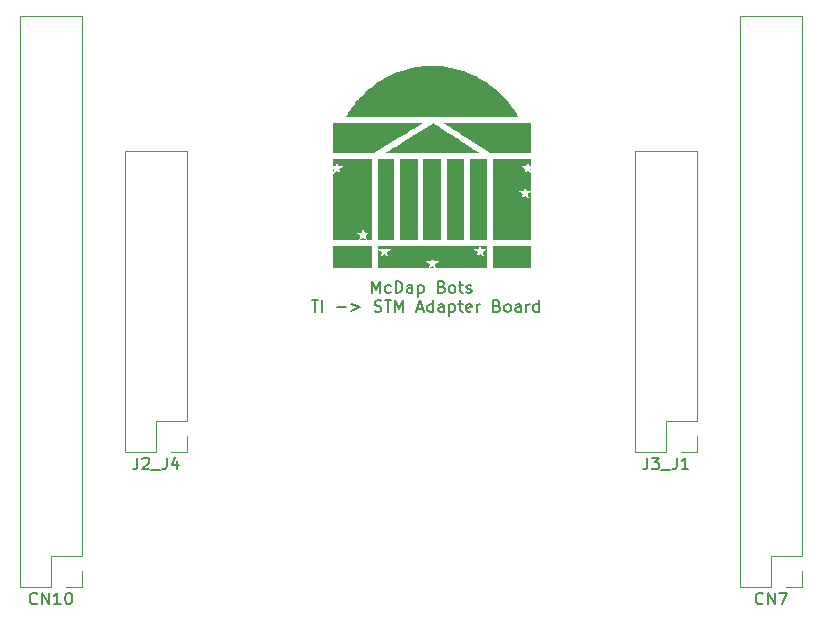
<source format=gbr>
%TF.GenerationSoftware,KiCad,Pcbnew,8.0.8*%
%TF.CreationDate,2025-10-21T14:25:37-04:00*%
%TF.ProjectId,AdapterBoard_McDap,41646170-7465-4724-926f-6172645f4d63,rev?*%
%TF.SameCoordinates,Original*%
%TF.FileFunction,Legend,Top*%
%TF.FilePolarity,Positive*%
%FSLAX46Y46*%
G04 Gerber Fmt 4.6, Leading zero omitted, Abs format (unit mm)*
G04 Created by KiCad (PCBNEW 8.0.8) date 2025-10-21 14:25:37*
%MOMM*%
%LPD*%
G01*
G04 APERTURE LIST*
%ADD10C,0.150000*%
%ADD11C,0.000000*%
%ADD12C,0.120000*%
G04 APERTURE END LIST*
D10*
X93218571Y-107225875D02*
X93218571Y-106225875D01*
X93218571Y-106225875D02*
X93551904Y-106940160D01*
X93551904Y-106940160D02*
X93885237Y-106225875D01*
X93885237Y-106225875D02*
X93885237Y-107225875D01*
X94789999Y-107178256D02*
X94694761Y-107225875D01*
X94694761Y-107225875D02*
X94504285Y-107225875D01*
X94504285Y-107225875D02*
X94409047Y-107178256D01*
X94409047Y-107178256D02*
X94361428Y-107130636D01*
X94361428Y-107130636D02*
X94313809Y-107035398D01*
X94313809Y-107035398D02*
X94313809Y-106749684D01*
X94313809Y-106749684D02*
X94361428Y-106654446D01*
X94361428Y-106654446D02*
X94409047Y-106606827D01*
X94409047Y-106606827D02*
X94504285Y-106559208D01*
X94504285Y-106559208D02*
X94694761Y-106559208D01*
X94694761Y-106559208D02*
X94789999Y-106606827D01*
X95218571Y-107225875D02*
X95218571Y-106225875D01*
X95218571Y-106225875D02*
X95456666Y-106225875D01*
X95456666Y-106225875D02*
X95599523Y-106273494D01*
X95599523Y-106273494D02*
X95694761Y-106368732D01*
X95694761Y-106368732D02*
X95742380Y-106463970D01*
X95742380Y-106463970D02*
X95789999Y-106654446D01*
X95789999Y-106654446D02*
X95789999Y-106797303D01*
X95789999Y-106797303D02*
X95742380Y-106987779D01*
X95742380Y-106987779D02*
X95694761Y-107083017D01*
X95694761Y-107083017D02*
X95599523Y-107178256D01*
X95599523Y-107178256D02*
X95456666Y-107225875D01*
X95456666Y-107225875D02*
X95218571Y-107225875D01*
X96647142Y-107225875D02*
X96647142Y-106702065D01*
X96647142Y-106702065D02*
X96599523Y-106606827D01*
X96599523Y-106606827D02*
X96504285Y-106559208D01*
X96504285Y-106559208D02*
X96313809Y-106559208D01*
X96313809Y-106559208D02*
X96218571Y-106606827D01*
X96647142Y-107178256D02*
X96551904Y-107225875D01*
X96551904Y-107225875D02*
X96313809Y-107225875D01*
X96313809Y-107225875D02*
X96218571Y-107178256D01*
X96218571Y-107178256D02*
X96170952Y-107083017D01*
X96170952Y-107083017D02*
X96170952Y-106987779D01*
X96170952Y-106987779D02*
X96218571Y-106892541D01*
X96218571Y-106892541D02*
X96313809Y-106844922D01*
X96313809Y-106844922D02*
X96551904Y-106844922D01*
X96551904Y-106844922D02*
X96647142Y-106797303D01*
X97123333Y-106559208D02*
X97123333Y-107559208D01*
X97123333Y-106606827D02*
X97218571Y-106559208D01*
X97218571Y-106559208D02*
X97409047Y-106559208D01*
X97409047Y-106559208D02*
X97504285Y-106606827D01*
X97504285Y-106606827D02*
X97551904Y-106654446D01*
X97551904Y-106654446D02*
X97599523Y-106749684D01*
X97599523Y-106749684D02*
X97599523Y-107035398D01*
X97599523Y-107035398D02*
X97551904Y-107130636D01*
X97551904Y-107130636D02*
X97504285Y-107178256D01*
X97504285Y-107178256D02*
X97409047Y-107225875D01*
X97409047Y-107225875D02*
X97218571Y-107225875D01*
X97218571Y-107225875D02*
X97123333Y-107178256D01*
X99123333Y-106702065D02*
X99266190Y-106749684D01*
X99266190Y-106749684D02*
X99313809Y-106797303D01*
X99313809Y-106797303D02*
X99361428Y-106892541D01*
X99361428Y-106892541D02*
X99361428Y-107035398D01*
X99361428Y-107035398D02*
X99313809Y-107130636D01*
X99313809Y-107130636D02*
X99266190Y-107178256D01*
X99266190Y-107178256D02*
X99170952Y-107225875D01*
X99170952Y-107225875D02*
X98790000Y-107225875D01*
X98790000Y-107225875D02*
X98790000Y-106225875D01*
X98790000Y-106225875D02*
X99123333Y-106225875D01*
X99123333Y-106225875D02*
X99218571Y-106273494D01*
X99218571Y-106273494D02*
X99266190Y-106321113D01*
X99266190Y-106321113D02*
X99313809Y-106416351D01*
X99313809Y-106416351D02*
X99313809Y-106511589D01*
X99313809Y-106511589D02*
X99266190Y-106606827D01*
X99266190Y-106606827D02*
X99218571Y-106654446D01*
X99218571Y-106654446D02*
X99123333Y-106702065D01*
X99123333Y-106702065D02*
X98790000Y-106702065D01*
X99932857Y-107225875D02*
X99837619Y-107178256D01*
X99837619Y-107178256D02*
X99790000Y-107130636D01*
X99790000Y-107130636D02*
X99742381Y-107035398D01*
X99742381Y-107035398D02*
X99742381Y-106749684D01*
X99742381Y-106749684D02*
X99790000Y-106654446D01*
X99790000Y-106654446D02*
X99837619Y-106606827D01*
X99837619Y-106606827D02*
X99932857Y-106559208D01*
X99932857Y-106559208D02*
X100075714Y-106559208D01*
X100075714Y-106559208D02*
X100170952Y-106606827D01*
X100170952Y-106606827D02*
X100218571Y-106654446D01*
X100218571Y-106654446D02*
X100266190Y-106749684D01*
X100266190Y-106749684D02*
X100266190Y-107035398D01*
X100266190Y-107035398D02*
X100218571Y-107130636D01*
X100218571Y-107130636D02*
X100170952Y-107178256D01*
X100170952Y-107178256D02*
X100075714Y-107225875D01*
X100075714Y-107225875D02*
X99932857Y-107225875D01*
X100551905Y-106559208D02*
X100932857Y-106559208D01*
X100694762Y-106225875D02*
X100694762Y-107083017D01*
X100694762Y-107083017D02*
X100742381Y-107178256D01*
X100742381Y-107178256D02*
X100837619Y-107225875D01*
X100837619Y-107225875D02*
X100932857Y-107225875D01*
X101218572Y-107178256D02*
X101313810Y-107225875D01*
X101313810Y-107225875D02*
X101504286Y-107225875D01*
X101504286Y-107225875D02*
X101599524Y-107178256D01*
X101599524Y-107178256D02*
X101647143Y-107083017D01*
X101647143Y-107083017D02*
X101647143Y-107035398D01*
X101647143Y-107035398D02*
X101599524Y-106940160D01*
X101599524Y-106940160D02*
X101504286Y-106892541D01*
X101504286Y-106892541D02*
X101361429Y-106892541D01*
X101361429Y-106892541D02*
X101266191Y-106844922D01*
X101266191Y-106844922D02*
X101218572Y-106749684D01*
X101218572Y-106749684D02*
X101218572Y-106702065D01*
X101218572Y-106702065D02*
X101266191Y-106606827D01*
X101266191Y-106606827D02*
X101361429Y-106559208D01*
X101361429Y-106559208D02*
X101504286Y-106559208D01*
X101504286Y-106559208D02*
X101599524Y-106606827D01*
X88099523Y-107835819D02*
X88670951Y-107835819D01*
X88385237Y-108835819D02*
X88385237Y-107835819D01*
X89004285Y-108835819D02*
X89004285Y-107835819D01*
X90242380Y-108454866D02*
X91004285Y-108454866D01*
X91480475Y-108169152D02*
X92242380Y-108454866D01*
X92242380Y-108454866D02*
X91480475Y-108740580D01*
X93432856Y-108788200D02*
X93575713Y-108835819D01*
X93575713Y-108835819D02*
X93813808Y-108835819D01*
X93813808Y-108835819D02*
X93909046Y-108788200D01*
X93909046Y-108788200D02*
X93956665Y-108740580D01*
X93956665Y-108740580D02*
X94004284Y-108645342D01*
X94004284Y-108645342D02*
X94004284Y-108550104D01*
X94004284Y-108550104D02*
X93956665Y-108454866D01*
X93956665Y-108454866D02*
X93909046Y-108407247D01*
X93909046Y-108407247D02*
X93813808Y-108359628D01*
X93813808Y-108359628D02*
X93623332Y-108312009D01*
X93623332Y-108312009D02*
X93528094Y-108264390D01*
X93528094Y-108264390D02*
X93480475Y-108216771D01*
X93480475Y-108216771D02*
X93432856Y-108121533D01*
X93432856Y-108121533D02*
X93432856Y-108026295D01*
X93432856Y-108026295D02*
X93480475Y-107931057D01*
X93480475Y-107931057D02*
X93528094Y-107883438D01*
X93528094Y-107883438D02*
X93623332Y-107835819D01*
X93623332Y-107835819D02*
X93861427Y-107835819D01*
X93861427Y-107835819D02*
X94004284Y-107883438D01*
X94289999Y-107835819D02*
X94861427Y-107835819D01*
X94575713Y-108835819D02*
X94575713Y-107835819D01*
X95194761Y-108835819D02*
X95194761Y-107835819D01*
X95194761Y-107835819D02*
X95528094Y-108550104D01*
X95528094Y-108550104D02*
X95861427Y-107835819D01*
X95861427Y-107835819D02*
X95861427Y-108835819D01*
X97051904Y-108550104D02*
X97528094Y-108550104D01*
X96956666Y-108835819D02*
X97289999Y-107835819D01*
X97289999Y-107835819D02*
X97623332Y-108835819D01*
X98385237Y-108835819D02*
X98385237Y-107835819D01*
X98385237Y-108788200D02*
X98289999Y-108835819D01*
X98289999Y-108835819D02*
X98099523Y-108835819D01*
X98099523Y-108835819D02*
X98004285Y-108788200D01*
X98004285Y-108788200D02*
X97956666Y-108740580D01*
X97956666Y-108740580D02*
X97909047Y-108645342D01*
X97909047Y-108645342D02*
X97909047Y-108359628D01*
X97909047Y-108359628D02*
X97956666Y-108264390D01*
X97956666Y-108264390D02*
X98004285Y-108216771D01*
X98004285Y-108216771D02*
X98099523Y-108169152D01*
X98099523Y-108169152D02*
X98289999Y-108169152D01*
X98289999Y-108169152D02*
X98385237Y-108216771D01*
X99289999Y-108835819D02*
X99289999Y-108312009D01*
X99289999Y-108312009D02*
X99242380Y-108216771D01*
X99242380Y-108216771D02*
X99147142Y-108169152D01*
X99147142Y-108169152D02*
X98956666Y-108169152D01*
X98956666Y-108169152D02*
X98861428Y-108216771D01*
X99289999Y-108788200D02*
X99194761Y-108835819D01*
X99194761Y-108835819D02*
X98956666Y-108835819D01*
X98956666Y-108835819D02*
X98861428Y-108788200D01*
X98861428Y-108788200D02*
X98813809Y-108692961D01*
X98813809Y-108692961D02*
X98813809Y-108597723D01*
X98813809Y-108597723D02*
X98861428Y-108502485D01*
X98861428Y-108502485D02*
X98956666Y-108454866D01*
X98956666Y-108454866D02*
X99194761Y-108454866D01*
X99194761Y-108454866D02*
X99289999Y-108407247D01*
X99766190Y-108169152D02*
X99766190Y-109169152D01*
X99766190Y-108216771D02*
X99861428Y-108169152D01*
X99861428Y-108169152D02*
X100051904Y-108169152D01*
X100051904Y-108169152D02*
X100147142Y-108216771D01*
X100147142Y-108216771D02*
X100194761Y-108264390D01*
X100194761Y-108264390D02*
X100242380Y-108359628D01*
X100242380Y-108359628D02*
X100242380Y-108645342D01*
X100242380Y-108645342D02*
X100194761Y-108740580D01*
X100194761Y-108740580D02*
X100147142Y-108788200D01*
X100147142Y-108788200D02*
X100051904Y-108835819D01*
X100051904Y-108835819D02*
X99861428Y-108835819D01*
X99861428Y-108835819D02*
X99766190Y-108788200D01*
X100528095Y-108169152D02*
X100909047Y-108169152D01*
X100670952Y-107835819D02*
X100670952Y-108692961D01*
X100670952Y-108692961D02*
X100718571Y-108788200D01*
X100718571Y-108788200D02*
X100813809Y-108835819D01*
X100813809Y-108835819D02*
X100909047Y-108835819D01*
X101623333Y-108788200D02*
X101528095Y-108835819D01*
X101528095Y-108835819D02*
X101337619Y-108835819D01*
X101337619Y-108835819D02*
X101242381Y-108788200D01*
X101242381Y-108788200D02*
X101194762Y-108692961D01*
X101194762Y-108692961D02*
X101194762Y-108312009D01*
X101194762Y-108312009D02*
X101242381Y-108216771D01*
X101242381Y-108216771D02*
X101337619Y-108169152D01*
X101337619Y-108169152D02*
X101528095Y-108169152D01*
X101528095Y-108169152D02*
X101623333Y-108216771D01*
X101623333Y-108216771D02*
X101670952Y-108312009D01*
X101670952Y-108312009D02*
X101670952Y-108407247D01*
X101670952Y-108407247D02*
X101194762Y-108502485D01*
X102099524Y-108835819D02*
X102099524Y-108169152D01*
X102099524Y-108359628D02*
X102147143Y-108264390D01*
X102147143Y-108264390D02*
X102194762Y-108216771D01*
X102194762Y-108216771D02*
X102290000Y-108169152D01*
X102290000Y-108169152D02*
X102385238Y-108169152D01*
X103813810Y-108312009D02*
X103956667Y-108359628D01*
X103956667Y-108359628D02*
X104004286Y-108407247D01*
X104004286Y-108407247D02*
X104051905Y-108502485D01*
X104051905Y-108502485D02*
X104051905Y-108645342D01*
X104051905Y-108645342D02*
X104004286Y-108740580D01*
X104004286Y-108740580D02*
X103956667Y-108788200D01*
X103956667Y-108788200D02*
X103861429Y-108835819D01*
X103861429Y-108835819D02*
X103480477Y-108835819D01*
X103480477Y-108835819D02*
X103480477Y-107835819D01*
X103480477Y-107835819D02*
X103813810Y-107835819D01*
X103813810Y-107835819D02*
X103909048Y-107883438D01*
X103909048Y-107883438D02*
X103956667Y-107931057D01*
X103956667Y-107931057D02*
X104004286Y-108026295D01*
X104004286Y-108026295D02*
X104004286Y-108121533D01*
X104004286Y-108121533D02*
X103956667Y-108216771D01*
X103956667Y-108216771D02*
X103909048Y-108264390D01*
X103909048Y-108264390D02*
X103813810Y-108312009D01*
X103813810Y-108312009D02*
X103480477Y-108312009D01*
X104623334Y-108835819D02*
X104528096Y-108788200D01*
X104528096Y-108788200D02*
X104480477Y-108740580D01*
X104480477Y-108740580D02*
X104432858Y-108645342D01*
X104432858Y-108645342D02*
X104432858Y-108359628D01*
X104432858Y-108359628D02*
X104480477Y-108264390D01*
X104480477Y-108264390D02*
X104528096Y-108216771D01*
X104528096Y-108216771D02*
X104623334Y-108169152D01*
X104623334Y-108169152D02*
X104766191Y-108169152D01*
X104766191Y-108169152D02*
X104861429Y-108216771D01*
X104861429Y-108216771D02*
X104909048Y-108264390D01*
X104909048Y-108264390D02*
X104956667Y-108359628D01*
X104956667Y-108359628D02*
X104956667Y-108645342D01*
X104956667Y-108645342D02*
X104909048Y-108740580D01*
X104909048Y-108740580D02*
X104861429Y-108788200D01*
X104861429Y-108788200D02*
X104766191Y-108835819D01*
X104766191Y-108835819D02*
X104623334Y-108835819D01*
X105813810Y-108835819D02*
X105813810Y-108312009D01*
X105813810Y-108312009D02*
X105766191Y-108216771D01*
X105766191Y-108216771D02*
X105670953Y-108169152D01*
X105670953Y-108169152D02*
X105480477Y-108169152D01*
X105480477Y-108169152D02*
X105385239Y-108216771D01*
X105813810Y-108788200D02*
X105718572Y-108835819D01*
X105718572Y-108835819D02*
X105480477Y-108835819D01*
X105480477Y-108835819D02*
X105385239Y-108788200D01*
X105385239Y-108788200D02*
X105337620Y-108692961D01*
X105337620Y-108692961D02*
X105337620Y-108597723D01*
X105337620Y-108597723D02*
X105385239Y-108502485D01*
X105385239Y-108502485D02*
X105480477Y-108454866D01*
X105480477Y-108454866D02*
X105718572Y-108454866D01*
X105718572Y-108454866D02*
X105813810Y-108407247D01*
X106290001Y-108835819D02*
X106290001Y-108169152D01*
X106290001Y-108359628D02*
X106337620Y-108264390D01*
X106337620Y-108264390D02*
X106385239Y-108216771D01*
X106385239Y-108216771D02*
X106480477Y-108169152D01*
X106480477Y-108169152D02*
X106575715Y-108169152D01*
X107337620Y-108835819D02*
X107337620Y-107835819D01*
X107337620Y-108788200D02*
X107242382Y-108835819D01*
X107242382Y-108835819D02*
X107051906Y-108835819D01*
X107051906Y-108835819D02*
X106956668Y-108788200D01*
X106956668Y-108788200D02*
X106909049Y-108740580D01*
X106909049Y-108740580D02*
X106861430Y-108645342D01*
X106861430Y-108645342D02*
X106861430Y-108359628D01*
X106861430Y-108359628D02*
X106909049Y-108264390D01*
X106909049Y-108264390D02*
X106956668Y-108216771D01*
X106956668Y-108216771D02*
X107051906Y-108169152D01*
X107051906Y-108169152D02*
X107242382Y-108169152D01*
X107242382Y-108169152D02*
X107337620Y-108216771D01*
X64873333Y-133499580D02*
X64825714Y-133547200D01*
X64825714Y-133547200D02*
X64682857Y-133594819D01*
X64682857Y-133594819D02*
X64587619Y-133594819D01*
X64587619Y-133594819D02*
X64444762Y-133547200D01*
X64444762Y-133547200D02*
X64349524Y-133451961D01*
X64349524Y-133451961D02*
X64301905Y-133356723D01*
X64301905Y-133356723D02*
X64254286Y-133166247D01*
X64254286Y-133166247D02*
X64254286Y-133023390D01*
X64254286Y-133023390D02*
X64301905Y-132832914D01*
X64301905Y-132832914D02*
X64349524Y-132737676D01*
X64349524Y-132737676D02*
X64444762Y-132642438D01*
X64444762Y-132642438D02*
X64587619Y-132594819D01*
X64587619Y-132594819D02*
X64682857Y-132594819D01*
X64682857Y-132594819D02*
X64825714Y-132642438D01*
X64825714Y-132642438D02*
X64873333Y-132690057D01*
X65301905Y-133594819D02*
X65301905Y-132594819D01*
X65301905Y-132594819D02*
X65873333Y-133594819D01*
X65873333Y-133594819D02*
X65873333Y-132594819D01*
X66873333Y-133594819D02*
X66301905Y-133594819D01*
X66587619Y-133594819D02*
X66587619Y-132594819D01*
X66587619Y-132594819D02*
X66492381Y-132737676D01*
X66492381Y-132737676D02*
X66397143Y-132832914D01*
X66397143Y-132832914D02*
X66301905Y-132880533D01*
X67492381Y-132594819D02*
X67587619Y-132594819D01*
X67587619Y-132594819D02*
X67682857Y-132642438D01*
X67682857Y-132642438D02*
X67730476Y-132690057D01*
X67730476Y-132690057D02*
X67778095Y-132785295D01*
X67778095Y-132785295D02*
X67825714Y-132975771D01*
X67825714Y-132975771D02*
X67825714Y-133213866D01*
X67825714Y-133213866D02*
X67778095Y-133404342D01*
X67778095Y-133404342D02*
X67730476Y-133499580D01*
X67730476Y-133499580D02*
X67682857Y-133547200D01*
X67682857Y-133547200D02*
X67587619Y-133594819D01*
X67587619Y-133594819D02*
X67492381Y-133594819D01*
X67492381Y-133594819D02*
X67397143Y-133547200D01*
X67397143Y-133547200D02*
X67349524Y-133499580D01*
X67349524Y-133499580D02*
X67301905Y-133404342D01*
X67301905Y-133404342D02*
X67254286Y-133213866D01*
X67254286Y-133213866D02*
X67254286Y-132975771D01*
X67254286Y-132975771D02*
X67301905Y-132785295D01*
X67301905Y-132785295D02*
X67349524Y-132690057D01*
X67349524Y-132690057D02*
X67397143Y-132642438D01*
X67397143Y-132642438D02*
X67492381Y-132594819D01*
X126309523Y-133499580D02*
X126261904Y-133547200D01*
X126261904Y-133547200D02*
X126119047Y-133594819D01*
X126119047Y-133594819D02*
X126023809Y-133594819D01*
X126023809Y-133594819D02*
X125880952Y-133547200D01*
X125880952Y-133547200D02*
X125785714Y-133451961D01*
X125785714Y-133451961D02*
X125738095Y-133356723D01*
X125738095Y-133356723D02*
X125690476Y-133166247D01*
X125690476Y-133166247D02*
X125690476Y-133023390D01*
X125690476Y-133023390D02*
X125738095Y-132832914D01*
X125738095Y-132832914D02*
X125785714Y-132737676D01*
X125785714Y-132737676D02*
X125880952Y-132642438D01*
X125880952Y-132642438D02*
X126023809Y-132594819D01*
X126023809Y-132594819D02*
X126119047Y-132594819D01*
X126119047Y-132594819D02*
X126261904Y-132642438D01*
X126261904Y-132642438D02*
X126309523Y-132690057D01*
X126738095Y-133594819D02*
X126738095Y-132594819D01*
X126738095Y-132594819D02*
X127309523Y-133594819D01*
X127309523Y-133594819D02*
X127309523Y-132594819D01*
X127690476Y-132594819D02*
X128357142Y-132594819D01*
X128357142Y-132594819D02*
X127928571Y-133594819D01*
X116538571Y-121164819D02*
X116538571Y-121879104D01*
X116538571Y-121879104D02*
X116490952Y-122021961D01*
X116490952Y-122021961D02*
X116395714Y-122117200D01*
X116395714Y-122117200D02*
X116252857Y-122164819D01*
X116252857Y-122164819D02*
X116157619Y-122164819D01*
X116919524Y-121164819D02*
X117538571Y-121164819D01*
X117538571Y-121164819D02*
X117205238Y-121545771D01*
X117205238Y-121545771D02*
X117348095Y-121545771D01*
X117348095Y-121545771D02*
X117443333Y-121593390D01*
X117443333Y-121593390D02*
X117490952Y-121641009D01*
X117490952Y-121641009D02*
X117538571Y-121736247D01*
X117538571Y-121736247D02*
X117538571Y-121974342D01*
X117538571Y-121974342D02*
X117490952Y-122069580D01*
X117490952Y-122069580D02*
X117443333Y-122117200D01*
X117443333Y-122117200D02*
X117348095Y-122164819D01*
X117348095Y-122164819D02*
X117062381Y-122164819D01*
X117062381Y-122164819D02*
X116967143Y-122117200D01*
X116967143Y-122117200D02*
X116919524Y-122069580D01*
X117729048Y-122260057D02*
X118490952Y-122260057D01*
X119014762Y-121164819D02*
X119014762Y-121879104D01*
X119014762Y-121879104D02*
X118967143Y-122021961D01*
X118967143Y-122021961D02*
X118871905Y-122117200D01*
X118871905Y-122117200D02*
X118729048Y-122164819D01*
X118729048Y-122164819D02*
X118633810Y-122164819D01*
X120014762Y-122164819D02*
X119443334Y-122164819D01*
X119729048Y-122164819D02*
X119729048Y-121164819D01*
X119729048Y-121164819D02*
X119633810Y-121307676D01*
X119633810Y-121307676D02*
X119538572Y-121402914D01*
X119538572Y-121402914D02*
X119443334Y-121450533D01*
X73358571Y-121164819D02*
X73358571Y-121879104D01*
X73358571Y-121879104D02*
X73310952Y-122021961D01*
X73310952Y-122021961D02*
X73215714Y-122117200D01*
X73215714Y-122117200D02*
X73072857Y-122164819D01*
X73072857Y-122164819D02*
X72977619Y-122164819D01*
X73787143Y-121260057D02*
X73834762Y-121212438D01*
X73834762Y-121212438D02*
X73930000Y-121164819D01*
X73930000Y-121164819D02*
X74168095Y-121164819D01*
X74168095Y-121164819D02*
X74263333Y-121212438D01*
X74263333Y-121212438D02*
X74310952Y-121260057D01*
X74310952Y-121260057D02*
X74358571Y-121355295D01*
X74358571Y-121355295D02*
X74358571Y-121450533D01*
X74358571Y-121450533D02*
X74310952Y-121593390D01*
X74310952Y-121593390D02*
X73739524Y-122164819D01*
X73739524Y-122164819D02*
X74358571Y-122164819D01*
X74549048Y-122260057D02*
X75310952Y-122260057D01*
X75834762Y-121164819D02*
X75834762Y-121879104D01*
X75834762Y-121879104D02*
X75787143Y-122021961D01*
X75787143Y-122021961D02*
X75691905Y-122117200D01*
X75691905Y-122117200D02*
X75549048Y-122164819D01*
X75549048Y-122164819D02*
X75453810Y-122164819D01*
X76739524Y-121498152D02*
X76739524Y-122164819D01*
X76501429Y-121117200D02*
X76263334Y-121831485D01*
X76263334Y-121831485D02*
X76882381Y-121831485D01*
D11*
%TO.C,G\u002A\u002A\u002A*%
G36*
X95112410Y-99324336D02*
G01*
X95112410Y-102764096D01*
X94413444Y-102764096D01*
X93714478Y-102764096D01*
X93714478Y-99324336D01*
X93714478Y-95884576D01*
X94413444Y-95884576D01*
X95112410Y-95884576D01*
X95112410Y-99324336D01*
G37*
G36*
X97086459Y-99324336D02*
G01*
X97086459Y-102764096D01*
X96340896Y-102764096D01*
X95595332Y-102764096D01*
X95595332Y-99324336D01*
X95595332Y-95884576D01*
X96340896Y-95884576D01*
X97086459Y-95884576D01*
X97086459Y-99324336D01*
G37*
G36*
X99060509Y-99324336D02*
G01*
X99060509Y-102764096D01*
X98314945Y-102764096D01*
X97569381Y-102764096D01*
X97569381Y-99324336D01*
X97569381Y-95884576D01*
X98314945Y-95884576D01*
X99060509Y-95884576D01*
X99060509Y-99324336D01*
G37*
G36*
X101034558Y-99324336D02*
G01*
X101034558Y-102764096D01*
X100288994Y-102764096D01*
X99543431Y-102764096D01*
X99543431Y-99324336D01*
X99543431Y-95884576D01*
X100288994Y-95884576D01*
X101034558Y-95884576D01*
X101034558Y-99324336D01*
G37*
G36*
X102957774Y-99324336D02*
G01*
X102957774Y-102764096D01*
X102237627Y-102764096D01*
X101517480Y-102764096D01*
X101517480Y-99324336D01*
X101517480Y-95884576D01*
X102237627Y-95884576D01*
X102957774Y-95884576D01*
X102957774Y-99324336D01*
G37*
G36*
X106694064Y-104170500D02*
G01*
X106694064Y-105085510D01*
X105071616Y-105085510D01*
X103449168Y-105085510D01*
X103449168Y-104170500D01*
X103449168Y-103255490D01*
X105071616Y-103255490D01*
X106694064Y-103255490D01*
X106694064Y-104170500D01*
G37*
G36*
X106689477Y-96712628D02*
G01*
X106692606Y-96730995D01*
X106693858Y-96762120D01*
X106694078Y-96807667D01*
X106694064Y-96837414D01*
X106693937Y-96883990D01*
X106693584Y-96924012D01*
X106693050Y-96954689D01*
X106692380Y-96973233D01*
X106691834Y-96977505D01*
X106688613Y-96969905D01*
X106681307Y-96949040D01*
X106670894Y-96917815D01*
X106658357Y-96879135D01*
X106653926Y-96865247D01*
X106618248Y-96752989D01*
X106641330Y-96733507D01*
X106660399Y-96717460D01*
X106674217Y-96707523D01*
X106683629Y-96705358D01*
X106689477Y-96712628D01*
G37*
G36*
X89942038Y-96685635D02*
G01*
X89959665Y-96697350D01*
X89980885Y-96712719D01*
X90001128Y-96728343D01*
X90015827Y-96740820D01*
X90020549Y-96746444D01*
X90018138Y-96755778D01*
X90011502Y-96778303D01*
X90001537Y-96811060D01*
X89989136Y-96851088D01*
X89982998Y-96870689D01*
X89968943Y-96915668D01*
X89956083Y-96957269D01*
X89945588Y-96991671D01*
X89938631Y-97015054D01*
X89937265Y-97019867D01*
X89934453Y-97025263D01*
X89932231Y-97018173D01*
X89930544Y-96997654D01*
X89929337Y-96962768D01*
X89928555Y-96912573D01*
X89928218Y-96865247D01*
X89928194Y-96811425D01*
X89928610Y-96763801D01*
X89929409Y-96724806D01*
X89930532Y-96696872D01*
X89931924Y-96682431D01*
X89932572Y-96680974D01*
X89942038Y-96685635D01*
G37*
G36*
X98336651Y-104961192D02*
G01*
X98356068Y-104973792D01*
X98382288Y-104991734D01*
X98411933Y-105012608D01*
X98441625Y-105034004D01*
X98467985Y-105053515D01*
X98487634Y-105068730D01*
X98497193Y-105077240D01*
X98497439Y-105077588D01*
X98491014Y-105080280D01*
X98469114Y-105082487D01*
X98433206Y-105084140D01*
X98384755Y-105085170D01*
X98327653Y-105085510D01*
X98269648Y-105085149D01*
X98222025Y-105084113D01*
X98186417Y-105082480D01*
X98164460Y-105080324D01*
X98157787Y-105077720D01*
X98157808Y-105077684D01*
X98166411Y-105069672D01*
X98185294Y-105054827D01*
X98211110Y-105035546D01*
X98240511Y-105014221D01*
X98270149Y-104993248D01*
X98296679Y-104975023D01*
X98316752Y-104961938D01*
X98327020Y-104956390D01*
X98327416Y-104956343D01*
X98336651Y-104961192D01*
G37*
G36*
X92605815Y-102642237D02*
G01*
X92649693Y-102674167D01*
X92689109Y-102702996D01*
X92721931Y-102727153D01*
X92746026Y-102745065D01*
X92759260Y-102755160D01*
X92760919Y-102756544D01*
X92754763Y-102758408D01*
X92733059Y-102760068D01*
X92697203Y-102761489D01*
X92648591Y-102762636D01*
X92588617Y-102763474D01*
X92518679Y-102763970D01*
X92456622Y-102764096D01*
X92385941Y-102764015D01*
X92321047Y-102763784D01*
X92263781Y-102763423D01*
X92215981Y-102762948D01*
X92179489Y-102762380D01*
X92156145Y-102761736D01*
X92147788Y-102761035D01*
X92147806Y-102760988D01*
X92155689Y-102755057D01*
X92174779Y-102741018D01*
X92202561Y-102720702D01*
X92236516Y-102695940D01*
X92274127Y-102668561D01*
X92312879Y-102640396D01*
X92350254Y-102613275D01*
X92383734Y-102589029D01*
X92410803Y-102569488D01*
X92428945Y-102556483D01*
X92432133Y-102554226D01*
X92458760Y-102535482D01*
X92605815Y-102642237D01*
G37*
G36*
X93223084Y-104170500D02*
G01*
X93223084Y-105085510D01*
X91580867Y-105085510D01*
X91415287Y-105085482D01*
X91254236Y-105085397D01*
X91098531Y-105085260D01*
X90948992Y-105085074D01*
X90806437Y-105084840D01*
X90671684Y-105084561D01*
X90545552Y-105084242D01*
X90428860Y-105083883D01*
X90322425Y-105083489D01*
X90227066Y-105083062D01*
X90143601Y-105082604D01*
X90072850Y-105082119D01*
X90015630Y-105081609D01*
X89972760Y-105081078D01*
X89945059Y-105080527D01*
X89933344Y-105079960D01*
X89933001Y-105079862D01*
X89932240Y-105070799D01*
X89931508Y-105045895D01*
X89930813Y-105006255D01*
X89930162Y-104952981D01*
X89929562Y-104887179D01*
X89929020Y-104809952D01*
X89928542Y-104722404D01*
X89928134Y-104625639D01*
X89927805Y-104520760D01*
X89927561Y-104408872D01*
X89927408Y-104291079D01*
X89927353Y-104168485D01*
X89927353Y-104164852D01*
X89927353Y-103255490D01*
X91575218Y-103255490D01*
X93223084Y-103255490D01*
X93223084Y-104170500D01*
G37*
G36*
X93994613Y-92834559D02*
G01*
X94254504Y-92834608D01*
X94508072Y-92834687D01*
X94754838Y-92834796D01*
X94994322Y-92834934D01*
X95226044Y-92835101D01*
X95449523Y-92835295D01*
X95664279Y-92835515D01*
X95869833Y-92835761D01*
X96065703Y-92836031D01*
X96251410Y-92836324D01*
X96426474Y-92836640D01*
X96590415Y-92836978D01*
X96742752Y-92837337D01*
X96883005Y-92837715D01*
X97010695Y-92838112D01*
X97125341Y-92838527D01*
X97226463Y-92838959D01*
X97313580Y-92839408D01*
X97386213Y-92839871D01*
X97443882Y-92840348D01*
X97486106Y-92840839D01*
X97512405Y-92841342D01*
X97522300Y-92841857D01*
X97522360Y-92841921D01*
X97514563Y-92846919D01*
X97492904Y-92860437D01*
X97457958Y-92882122D01*
X97410299Y-92911621D01*
X97350499Y-92948579D01*
X97279134Y-92992644D01*
X97196777Y-93043462D01*
X97104002Y-93100679D01*
X97001381Y-93163941D01*
X96889491Y-93232896D01*
X96768903Y-93307189D01*
X96640192Y-93386467D01*
X96503932Y-93470376D01*
X96360696Y-93558562D01*
X96211059Y-93650673D01*
X96055594Y-93746355D01*
X95894874Y-93845253D01*
X95729475Y-93947015D01*
X95559969Y-94051286D01*
X95446233Y-94121241D01*
X93378156Y-95393182D01*
X91652754Y-95393182D01*
X89927353Y-95393182D01*
X89927353Y-94113863D01*
X89927353Y-92834543D01*
X93728881Y-92834543D01*
X93994613Y-92834559D01*
G37*
G36*
X106694064Y-94113863D02*
G01*
X106694064Y-95393182D01*
X104959358Y-95392407D01*
X103224651Y-95391632D01*
X101266029Y-94119442D01*
X101100090Y-94011650D01*
X100937840Y-93906239D01*
X100779857Y-93803584D01*
X100626715Y-93704060D01*
X100478990Y-93608039D01*
X100337258Y-93515898D01*
X100202093Y-93428010D01*
X100074071Y-93344749D01*
X99953769Y-93266491D01*
X99841760Y-93193610D01*
X99738622Y-93126480D01*
X99644928Y-93065476D01*
X99561255Y-93010972D01*
X99488179Y-92963342D01*
X99426273Y-92922962D01*
X99376115Y-92890205D01*
X99338279Y-92865446D01*
X99313342Y-92849059D01*
X99301877Y-92841420D01*
X99301158Y-92840897D01*
X99309116Y-92840469D01*
X99333476Y-92840048D01*
X99373698Y-92839635D01*
X99429240Y-92839232D01*
X99499560Y-92838839D01*
X99584117Y-92838457D01*
X99682369Y-92838087D01*
X99793774Y-92837730D01*
X99917792Y-92837387D01*
X100053880Y-92837058D01*
X100201496Y-92836746D01*
X100360100Y-92836450D01*
X100529149Y-92836172D01*
X100708103Y-92835913D01*
X100896418Y-92835673D01*
X101093555Y-92835453D01*
X101298971Y-92835255D01*
X101512124Y-92835079D01*
X101732474Y-92834926D01*
X101959478Y-92834798D01*
X102192595Y-92834694D01*
X102431284Y-92834617D01*
X102675002Y-92834567D01*
X102923208Y-92834544D01*
X102994487Y-92834543D01*
X106694064Y-92834543D01*
X106694064Y-94113863D01*
G37*
G36*
X98392311Y-88014273D02*
G01*
X98489677Y-88015046D01*
X98581303Y-88016429D01*
X98663951Y-88018421D01*
X98734381Y-88021023D01*
X98760920Y-88022375D01*
X99139154Y-88051840D01*
X99511342Y-88097054D01*
X99877933Y-88158115D01*
X100239376Y-88235120D01*
X100596122Y-88328168D01*
X100948619Y-88437357D01*
X101297316Y-88562786D01*
X101377687Y-88594204D01*
X101724315Y-88740811D01*
X102062938Y-88902278D01*
X102393217Y-89078356D01*
X102714816Y-89268794D01*
X103027395Y-89473343D01*
X103330618Y-89691752D01*
X103624146Y-89923773D01*
X103907642Y-90169153D01*
X104180768Y-90427645D01*
X104443186Y-90698998D01*
X104694558Y-90982961D01*
X104833977Y-91151868D01*
X104999409Y-91364851D01*
X105160373Y-91586546D01*
X105313846Y-91812562D01*
X105456805Y-92038506D01*
X105537141Y-92173702D01*
X105561419Y-92215568D01*
X105583988Y-92254370D01*
X105602893Y-92286756D01*
X105616179Y-92309375D01*
X105619888Y-92315614D01*
X105636407Y-92343149D01*
X98314907Y-92343149D01*
X90993407Y-92343149D01*
X91025091Y-92285961D01*
X91145347Y-92078367D01*
X91278717Y-91865534D01*
X91423319Y-91650113D01*
X91577272Y-91434756D01*
X91738694Y-91222116D01*
X91905705Y-91014844D01*
X92033306Y-90864730D01*
X92081390Y-90810912D01*
X92139902Y-90747762D01*
X92206752Y-90677368D01*
X92279852Y-90601821D01*
X92357113Y-90523210D01*
X92436446Y-90443624D01*
X92515762Y-90365154D01*
X92592972Y-90289888D01*
X92665988Y-90219916D01*
X92732721Y-90157327D01*
X92791081Y-90104212D01*
X92812176Y-90085595D01*
X93105371Y-89840747D01*
X93406711Y-89610644D01*
X93715990Y-89395395D01*
X94033004Y-89195107D01*
X94357545Y-89009888D01*
X94689409Y-88839847D01*
X95028389Y-88685092D01*
X95374280Y-88545730D01*
X95726876Y-88421870D01*
X96085971Y-88313620D01*
X96290062Y-88259799D01*
X96586339Y-88191065D01*
X96880408Y-88134034D01*
X97176125Y-88088127D01*
X97477349Y-88052764D01*
X97787939Y-88027365D01*
X97868970Y-88022420D01*
X97932754Y-88019541D01*
X98010232Y-88017270D01*
X98098166Y-88015608D01*
X98193316Y-88014554D01*
X98292444Y-88014109D01*
X98392311Y-88014273D01*
G37*
G36*
X98491674Y-92900199D02*
G01*
X98504435Y-92908425D01*
X98530786Y-92925473D01*
X98570107Y-92950939D01*
X98621775Y-92984422D01*
X98685168Y-93025515D01*
X98759664Y-93073818D01*
X98844641Y-93128925D01*
X98939477Y-93190434D01*
X99043551Y-93257940D01*
X99156240Y-93331042D01*
X99276923Y-93409334D01*
X99404977Y-93492414D01*
X99539781Y-93579878D01*
X99680712Y-93671323D01*
X99827148Y-93766345D01*
X99978469Y-93864541D01*
X100134050Y-93965507D01*
X100293272Y-94068841D01*
X100382190Y-94126550D01*
X100543133Y-94231004D01*
X100700771Y-94333309D01*
X100854481Y-94433063D01*
X101003642Y-94529862D01*
X101147633Y-94623302D01*
X101285832Y-94712980D01*
X101417618Y-94798494D01*
X101542369Y-94879440D01*
X101659464Y-94955414D01*
X101768281Y-95026015D01*
X101868200Y-95090838D01*
X101958598Y-95149480D01*
X102038854Y-95201538D01*
X102108347Y-95246609D01*
X102166455Y-95284290D01*
X102212557Y-95314177D01*
X102246032Y-95335868D01*
X102266257Y-95348959D01*
X102271516Y-95352352D01*
X102335058Y-95393180D01*
X98323650Y-95393181D01*
X98007383Y-95393175D01*
X97707643Y-95393158D01*
X97424013Y-95393127D01*
X97156076Y-95393081D01*
X96903414Y-95393019D01*
X96665610Y-95392941D01*
X96442247Y-95392844D01*
X96232907Y-95392728D01*
X96037174Y-95392591D01*
X95854629Y-95392433D01*
X95684855Y-95392251D01*
X95527436Y-95392046D01*
X95381954Y-95391814D01*
X95247991Y-95391557D01*
X95125130Y-95391271D01*
X95012954Y-95390956D01*
X94911045Y-95390611D01*
X94818987Y-95390235D01*
X94736362Y-95389826D01*
X94662752Y-95389383D01*
X94597741Y-95388904D01*
X94540910Y-95388390D01*
X94491844Y-95387838D01*
X94450123Y-95387247D01*
X94415331Y-95386617D01*
X94387052Y-95385945D01*
X94364866Y-95385231D01*
X94348358Y-95384474D01*
X94337109Y-95383671D01*
X94330703Y-95382823D01*
X94328722Y-95381928D01*
X94328954Y-95381631D01*
X94337486Y-95376275D01*
X94359869Y-95362399D01*
X94395524Y-95340359D01*
X94443868Y-95310514D01*
X94504321Y-95273222D01*
X94576303Y-95228840D01*
X94659233Y-95177726D01*
X94752529Y-95120237D01*
X94855611Y-95056732D01*
X94967899Y-94987569D01*
X95088811Y-94913104D01*
X95217766Y-94833695D01*
X95354184Y-94749701D01*
X95497485Y-94661479D01*
X95647086Y-94569387D01*
X95802408Y-94473783D01*
X95962869Y-94375023D01*
X96127890Y-94273467D01*
X96296888Y-94169472D01*
X96386304Y-94114451D01*
X98426943Y-92858822D01*
X98491674Y-92900199D01*
G37*
G36*
X93223084Y-99324336D02*
G01*
X93223084Y-102764096D01*
X93003851Y-102764096D01*
X92784619Y-102764096D01*
X92724265Y-102578586D01*
X92707070Y-102525558D01*
X92691782Y-102478071D01*
X92679137Y-102438440D01*
X92669872Y-102408982D01*
X92664722Y-102392012D01*
X92663911Y-102388823D01*
X92670485Y-102382887D01*
X92688942Y-102368511D01*
X92717384Y-102347113D01*
X92753911Y-102320112D01*
X92796627Y-102288927D01*
X92826636Y-102267211D01*
X92989361Y-102149853D01*
X92786392Y-102147563D01*
X92583424Y-102145272D01*
X92520641Y-101952699D01*
X92457858Y-101760127D01*
X92394597Y-101952872D01*
X92331336Y-102145617D01*
X92132814Y-102145617D01*
X92068139Y-102145945D01*
X92015225Y-102146894D01*
X91975296Y-102148415D01*
X91949575Y-102150457D01*
X91939286Y-102152969D01*
X91939236Y-102153616D01*
X91947286Y-102160750D01*
X91967029Y-102176212D01*
X91996396Y-102198443D01*
X92033319Y-102225884D01*
X92075729Y-102256975D01*
X92093128Y-102269622D01*
X92137071Y-102301813D01*
X92176241Y-102331133D01*
X92208581Y-102355990D01*
X92232035Y-102374794D01*
X92244546Y-102385953D01*
X92246009Y-102387873D01*
X92244620Y-102398585D01*
X92238553Y-102422925D01*
X92228512Y-102458449D01*
X92215197Y-102502718D01*
X92199313Y-102553290D01*
X92191014Y-102578989D01*
X92132088Y-102759860D01*
X91029721Y-102762010D01*
X89927353Y-102764159D01*
X89927353Y-99943570D01*
X89927353Y-97122981D01*
X90079819Y-97012117D01*
X90124124Y-96980026D01*
X90163726Y-96951580D01*
X90196617Y-96928201D01*
X90220790Y-96911312D01*
X90234236Y-96902335D01*
X90236281Y-96901254D01*
X90243969Y-96906032D01*
X90263352Y-96919430D01*
X90292463Y-96940051D01*
X90329332Y-96966493D01*
X90371992Y-96997356D01*
X90398028Y-97016305D01*
X90443000Y-97048881D01*
X90483248Y-97077609D01*
X90516824Y-97101134D01*
X90541779Y-97118100D01*
X90556165Y-97127150D01*
X90558893Y-97128242D01*
X90557297Y-97119647D01*
X90551111Y-97097274D01*
X90541032Y-97063441D01*
X90527761Y-97020468D01*
X90511994Y-96970674D01*
X90503183Y-96943294D01*
X90486367Y-96890474D01*
X90471725Y-96842858D01*
X90459960Y-96802870D01*
X90451773Y-96772928D01*
X90447868Y-96755456D01*
X90447733Y-96752170D01*
X90455280Y-96744718D01*
X90474604Y-96728886D01*
X90503735Y-96706195D01*
X90540700Y-96678167D01*
X90583528Y-96646326D01*
X90609602Y-96627204D01*
X90768096Y-96511528D01*
X90565488Y-96511528D01*
X90362880Y-96511528D01*
X90301628Y-96320901D01*
X90284287Y-96267349D01*
X90268572Y-96219612D01*
X90255238Y-96179914D01*
X90245038Y-96150480D01*
X90238725Y-96133536D01*
X90237067Y-96130274D01*
X90233311Y-96137826D01*
X90225391Y-96158483D01*
X90214404Y-96189239D01*
X90201451Y-96227091D01*
X90199117Y-96234059D01*
X90182011Y-96284093D01*
X90162769Y-96338451D01*
X90144036Y-96389753D01*
X90131605Y-96422568D01*
X90098735Y-96507292D01*
X90013044Y-96509706D01*
X89927353Y-96512120D01*
X89927353Y-96198348D01*
X89927353Y-95884576D01*
X91575218Y-95884576D01*
X93223084Y-95884576D01*
X93223084Y-99324336D01*
G37*
G36*
X106694064Y-96198370D02*
G01*
X106694064Y-96512164D01*
X106616193Y-96509728D01*
X106538323Y-96507292D01*
X106479870Y-96325137D01*
X106462766Y-96272366D01*
X106447096Y-96225027D01*
X106433677Y-96185505D01*
X106423326Y-96156186D01*
X106416858Y-96139456D01*
X106415344Y-96136566D01*
X106411182Y-96142428D01*
X106402755Y-96162336D01*
X106390843Y-96194156D01*
X106376225Y-96235757D01*
X106359679Y-96285006D01*
X106348074Y-96320686D01*
X106286878Y-96511222D01*
X106086514Y-96513493D01*
X105886150Y-96515764D01*
X106047363Y-96632792D01*
X106208576Y-96749819D01*
X106147443Y-96937795D01*
X106130263Y-96991084D01*
X106115176Y-97038770D01*
X106102879Y-97078577D01*
X106094070Y-97108225D01*
X106089445Y-97125437D01*
X106088973Y-97128853D01*
X106096282Y-97125012D01*
X106115262Y-97112538D01*
X106143914Y-97092816D01*
X106180241Y-97067229D01*
X106222247Y-97037160D01*
X106241898Y-97022949D01*
X106286467Y-96990683D01*
X106326829Y-96961574D01*
X106360822Y-96937174D01*
X106386288Y-96919029D01*
X106401064Y-96908690D01*
X106403483Y-96907096D01*
X106414591Y-96909153D01*
X106437973Y-96921533D01*
X106473849Y-96944372D01*
X106522439Y-96977807D01*
X106554008Y-97000292D01*
X106693213Y-97100354D01*
X106693638Y-97856508D01*
X106694064Y-98612662D01*
X106505175Y-98612662D01*
X106316285Y-98612662D01*
X106257878Y-98430018D01*
X106240841Y-98377366D01*
X106225243Y-98330337D01*
X106211891Y-98291269D01*
X106201590Y-98262498D01*
X106195148Y-98246362D01*
X106193606Y-98243750D01*
X106189449Y-98250392D01*
X106180970Y-98270992D01*
X106168967Y-98303358D01*
X106154239Y-98345297D01*
X106137583Y-98394614D01*
X106127141Y-98426394D01*
X106066540Y-98612662D01*
X105867727Y-98612662D01*
X105811718Y-98612927D01*
X105761816Y-98613673D01*
X105720362Y-98614821D01*
X105689697Y-98616296D01*
X105672164Y-98618019D01*
X105668914Y-98619195D01*
X105675492Y-98625811D01*
X105693932Y-98640778D01*
X105722296Y-98662618D01*
X105758645Y-98689850D01*
X105801042Y-98720995D01*
X105825652Y-98738835D01*
X105870537Y-98771629D01*
X105910399Y-98801529D01*
X105943295Y-98827011D01*
X105967282Y-98846555D01*
X105980416Y-98858639D01*
X105982313Y-98861504D01*
X105979782Y-98872027D01*
X105972732Y-98896224D01*
X105961912Y-98931667D01*
X105948068Y-98975926D01*
X105931948Y-99026569D01*
X105923450Y-99052960D01*
X105906658Y-99105306D01*
X105891935Y-99151958D01*
X105879987Y-99190609D01*
X105871523Y-99218952D01*
X105867252Y-99234681D01*
X105866918Y-99237106D01*
X105874100Y-99232999D01*
X105893013Y-99220252D01*
X105921712Y-99200231D01*
X105958251Y-99174298D01*
X106000686Y-99143820D01*
X106026528Y-99125110D01*
X106071845Y-99092462D01*
X106112786Y-99063451D01*
X106147308Y-99039484D01*
X106173371Y-99021969D01*
X106188932Y-99012312D01*
X106192263Y-99010861D01*
X106201243Y-99015655D01*
X106221808Y-99029093D01*
X106251907Y-99049757D01*
X106289492Y-99076229D01*
X106332512Y-99107089D01*
X106356275Y-99124346D01*
X106400842Y-99156516D01*
X106440632Y-99184613D01*
X106473701Y-99207314D01*
X106498103Y-99223297D01*
X106511893Y-99231241D01*
X106514246Y-99231712D01*
X106512397Y-99222239D01*
X106505932Y-99199030D01*
X106495565Y-99164434D01*
X106482006Y-99120799D01*
X106465970Y-99070476D01*
X106456467Y-99041154D01*
X106439432Y-98988448D01*
X106424506Y-98941411D01*
X106412392Y-98902333D01*
X106403793Y-98873500D01*
X106399413Y-98857199D01*
X106399060Y-98854401D01*
X106410473Y-98845546D01*
X106432304Y-98829361D01*
X106462076Y-98807621D01*
X106497311Y-98782103D01*
X106535532Y-98754583D01*
X106574259Y-98726837D01*
X106611016Y-98700643D01*
X106643325Y-98677776D01*
X106668707Y-98660013D01*
X106684684Y-98649130D01*
X106688991Y-98646551D01*
X106689449Y-98654902D01*
X106689895Y-98679470D01*
X106690328Y-98719527D01*
X106690747Y-98774346D01*
X106691149Y-98843199D01*
X106691533Y-98925359D01*
X106691897Y-99020097D01*
X106692239Y-99126686D01*
X106692557Y-99244399D01*
X106692850Y-99372507D01*
X106693116Y-99510283D01*
X106693353Y-99657000D01*
X106693559Y-99811930D01*
X106693732Y-99974345D01*
X106693871Y-100143517D01*
X106693974Y-100318719D01*
X106694039Y-100499223D01*
X106694064Y-100684302D01*
X106694064Y-100705260D01*
X106694064Y-102763969D01*
X105603254Y-102766151D01*
X105456457Y-102766417D01*
X105306387Y-102766636D01*
X105154810Y-102766809D01*
X105003492Y-102766936D01*
X104854198Y-102767016D01*
X104708695Y-102767049D01*
X104568747Y-102767037D01*
X104436122Y-102766977D01*
X104312585Y-102766872D01*
X104199901Y-102766719D01*
X104099836Y-102766521D01*
X104014157Y-102766276D01*
X103980806Y-102766150D01*
X103449168Y-102763969D01*
X103449168Y-99324273D01*
X103449168Y-95884576D01*
X105071616Y-95884576D01*
X106694064Y-95884576D01*
X106694064Y-96198370D01*
G37*
G36*
X94041862Y-103255687D02*
G01*
X94100781Y-103256244D01*
X94151844Y-103257113D01*
X94193018Y-103258243D01*
X94222269Y-103259587D01*
X94237565Y-103261093D01*
X94239355Y-103261845D01*
X94236703Y-103271634D01*
X94229615Y-103294722D01*
X94218973Y-103328319D01*
X94205658Y-103369634D01*
X94194531Y-103403756D01*
X94150112Y-103539313D01*
X93948417Y-103541586D01*
X93746723Y-103543860D01*
X93906401Y-103659535D01*
X93951758Y-103692393D01*
X93992342Y-103721794D01*
X94026205Y-103746327D01*
X94051400Y-103764580D01*
X94065979Y-103775142D01*
X94068815Y-103777198D01*
X94067109Y-103785461D01*
X94060838Y-103807569D01*
X94050693Y-103841260D01*
X94037361Y-103884269D01*
X94021532Y-103934332D01*
X94011009Y-103967165D01*
X93994014Y-104020486D01*
X93979141Y-104068213D01*
X93967075Y-104108062D01*
X93958498Y-104137751D01*
X93954096Y-104154995D01*
X93953745Y-104158422D01*
X93961201Y-104154581D01*
X93980314Y-104142018D01*
X94009126Y-104122099D01*
X94045678Y-104096189D01*
X94088011Y-104065652D01*
X94112901Y-104047488D01*
X94157837Y-104014774D01*
X94198302Y-103985718D01*
X94232277Y-103961736D01*
X94257742Y-103944245D01*
X94272679Y-103934663D01*
X94275639Y-103933276D01*
X94284163Y-103938065D01*
X94304318Y-103951496D01*
X94334091Y-103972161D01*
X94371469Y-103998655D01*
X94414440Y-104029569D01*
X94439982Y-104048131D01*
X94484905Y-104080684D01*
X94525091Y-104109402D01*
X94558591Y-104132925D01*
X94583457Y-104149894D01*
X94597740Y-104158951D01*
X94600401Y-104160050D01*
X94598726Y-104151516D01*
X94592412Y-104129232D01*
X94582171Y-104095525D01*
X94568718Y-104052721D01*
X94552767Y-104003147D01*
X94544398Y-103977526D01*
X94527288Y-103924916D01*
X94512131Y-103877393D01*
X94499688Y-103837425D01*
X94490723Y-103807478D01*
X94485998Y-103790021D01*
X94485459Y-103786885D01*
X94492054Y-103778965D01*
X94510549Y-103762802D01*
X94539003Y-103739933D01*
X94575477Y-103711894D01*
X94618032Y-103680222D01*
X94643330Y-103661808D01*
X94801201Y-103547785D01*
X94602883Y-103545518D01*
X94404566Y-103543251D01*
X94356787Y-103399371D01*
X94309008Y-103255490D01*
X98324151Y-103255490D01*
X98584100Y-103255495D01*
X98839761Y-103255508D01*
X99090614Y-103255529D01*
X99336138Y-103255559D01*
X99575812Y-103255596D01*
X99809114Y-103255641D01*
X100035524Y-103255694D01*
X100254521Y-103255753D01*
X100465583Y-103255819D01*
X100668190Y-103255891D01*
X100861821Y-103255970D01*
X101045954Y-103256055D01*
X101220069Y-103256145D01*
X101383645Y-103256241D01*
X101536161Y-103256341D01*
X101677095Y-103256447D01*
X101805926Y-103256557D01*
X101922135Y-103256671D01*
X102025199Y-103256790D01*
X102114597Y-103256912D01*
X102189809Y-103257037D01*
X102250314Y-103257166D01*
X102295591Y-103257297D01*
X102325118Y-103257431D01*
X102338374Y-103257568D01*
X102339101Y-103257608D01*
X102336575Y-103265955D01*
X102329690Y-103287782D01*
X102319289Y-103320446D01*
X102306212Y-103361300D01*
X102293935Y-103399520D01*
X102248963Y-103539313D01*
X102049004Y-103543549D01*
X101849045Y-103547785D01*
X102001691Y-103657925D01*
X102046406Y-103690338D01*
X102086594Y-103719753D01*
X102120174Y-103744622D01*
X102145063Y-103763400D01*
X102159180Y-103774540D01*
X102161446Y-103776627D01*
X102161004Y-103786986D01*
X102155581Y-103811296D01*
X102145748Y-103847500D01*
X102132078Y-103893538D01*
X102115145Y-103947355D01*
X102106598Y-103973608D01*
X102089311Y-104026711D01*
X102074244Y-104074021D01*
X102062078Y-104113315D01*
X102053493Y-104142372D01*
X102049169Y-104158969D01*
X102048933Y-104162028D01*
X102056730Y-104157262D01*
X102076189Y-104143915D01*
X102105295Y-104123409D01*
X102142034Y-104097170D01*
X102184393Y-104066621D01*
X102205430Y-104051354D01*
X102250217Y-104018954D01*
X102290802Y-103989909D01*
X102325053Y-103965720D01*
X102350838Y-103947887D01*
X102366022Y-103937911D01*
X102368791Y-103936399D01*
X102378541Y-103939985D01*
X102399774Y-103952381D01*
X102430423Y-103972225D01*
X102468418Y-103998156D01*
X102511693Y-104028811D01*
X102536834Y-104047073D01*
X102581737Y-104079855D01*
X102621968Y-104108997D01*
X102655558Y-104133091D01*
X102680538Y-104150731D01*
X102694942Y-104160510D01*
X102697650Y-104162028D01*
X102696269Y-104154346D01*
X102690280Y-104132775D01*
X102680352Y-104099529D01*
X102667157Y-104056821D01*
X102651362Y-104006864D01*
X102639862Y-103971068D01*
X102578144Y-103780108D01*
X102621811Y-103748120D01*
X102643812Y-103732099D01*
X102676087Y-103708723D01*
X102715143Y-103680515D01*
X102757486Y-103649998D01*
X102782562Y-103631958D01*
X102899644Y-103547785D01*
X102700177Y-103545514D01*
X102500710Y-103543243D01*
X102457099Y-103405721D01*
X102442516Y-103360033D01*
X102429559Y-103320007D01*
X102419147Y-103288431D01*
X102412196Y-103268091D01*
X102409781Y-103261845D01*
X102417016Y-103260328D01*
X102439257Y-103258940D01*
X102474567Y-103257727D01*
X102521007Y-103256733D01*
X102576641Y-103256002D01*
X102639529Y-103255579D01*
X102686197Y-103255490D01*
X102966322Y-103255490D01*
X102964166Y-104168382D01*
X102962010Y-105081274D01*
X100793097Y-105081274D01*
X98624184Y-105081274D01*
X98580047Y-104949953D01*
X98565178Y-104905237D01*
X98552402Y-104865913D01*
X98542640Y-104834886D01*
X98536813Y-104815062D01*
X98535568Y-104809507D01*
X98542049Y-104802166D01*
X98560430Y-104786475D01*
X98588811Y-104763919D01*
X98625296Y-104735987D01*
X98667988Y-104704164D01*
X98697721Y-104682422D01*
X98860217Y-104564463D01*
X98656652Y-104562197D01*
X98453086Y-104559931D01*
X98389676Y-104367334D01*
X98326265Y-104174736D01*
X98264040Y-104367334D01*
X98201815Y-104559932D01*
X97998452Y-104562198D01*
X97795090Y-104564463D01*
X97957586Y-104682422D01*
X98003229Y-104715948D01*
X98043851Y-104746539D01*
X98077561Y-104772707D01*
X98102467Y-104792968D01*
X98116678Y-104805834D01*
X98119288Y-104809507D01*
X98116458Y-104820281D01*
X98109146Y-104844205D01*
X98098273Y-104878368D01*
X98084760Y-104919860D01*
X98074808Y-104949953D01*
X98031122Y-105081274D01*
X95872800Y-105083409D01*
X93714478Y-105085543D01*
X93714478Y-104170517D01*
X93714478Y-103255490D01*
X93977120Y-103255490D01*
X94041862Y-103255687D01*
G37*
D12*
%TO.C,CN10*%
X63440000Y-132140000D02*
X63440000Y-83760000D01*
X66040000Y-129540000D02*
X66040000Y-132140000D01*
X66040000Y-132140000D02*
X63440000Y-132140000D01*
X68640000Y-83760000D02*
X63440000Y-83760000D01*
X68640000Y-129540000D02*
X66040000Y-129540000D01*
X68640000Y-129540000D02*
X68640000Y-83760000D01*
X68640000Y-130810000D02*
X68640000Y-132140000D01*
X68640000Y-132140000D02*
X67310000Y-132140000D01*
%TO.C,CN7*%
X124400000Y-132140000D02*
X124400000Y-83760000D01*
X127000000Y-129540000D02*
X127000000Y-132140000D01*
X127000000Y-132140000D02*
X124400000Y-132140000D01*
X129600000Y-83760000D02*
X124400000Y-83760000D01*
X129600000Y-129540000D02*
X127000000Y-129540000D01*
X129600000Y-129540000D02*
X129600000Y-83760000D01*
X129600000Y-130810000D02*
X129600000Y-132140000D01*
X129600000Y-132140000D02*
X128270000Y-132140000D01*
%TO.C,J3_J1*%
X115510000Y-120710000D02*
X115510000Y-95190000D01*
X118110000Y-118110000D02*
X118110000Y-120710000D01*
X118110000Y-120710000D02*
X115510000Y-120710000D01*
X120710000Y-95190000D02*
X115510000Y-95190000D01*
X120710000Y-118110000D02*
X118110000Y-118110000D01*
X120710000Y-118110000D02*
X120710000Y-95190000D01*
X120710000Y-119380000D02*
X120710000Y-120710000D01*
X120710000Y-120710000D02*
X119380000Y-120710000D01*
%TO.C,J2_J4*%
X72330000Y-120710000D02*
X72330000Y-95190000D01*
X74930000Y-118110000D02*
X74930000Y-120710000D01*
X74930000Y-120710000D02*
X72330000Y-120710000D01*
X77530000Y-95190000D02*
X72330000Y-95190000D01*
X77530000Y-118110000D02*
X74930000Y-118110000D01*
X77530000Y-118110000D02*
X77530000Y-95190000D01*
X77530000Y-119380000D02*
X77530000Y-120710000D01*
X77530000Y-120710000D02*
X76200000Y-120710000D01*
%TD*%
M02*

</source>
